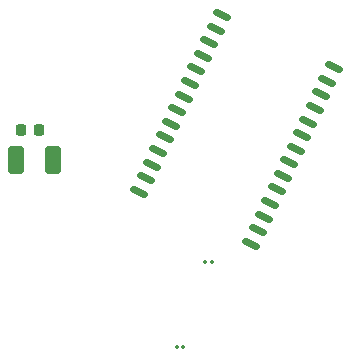
<source format=gbr>
%TF.GenerationSoftware,KiCad,Pcbnew,7.0.10-7.0.10~ubuntu22.04.1*%
%TF.CreationDate,2025-04-20T12:02:29+07:00*%
%TF.ProjectId,catan100,63617461-6e31-4303-902e-6b696361645f,rev?*%
%TF.SameCoordinates,Original*%
%TF.FileFunction,Paste,Bot*%
%TF.FilePolarity,Positive*%
%FSLAX46Y46*%
G04 Gerber Fmt 4.6, Leading zero omitted, Abs format (unit mm)*
G04 Created by KiCad (PCBNEW 7.0.10-7.0.10~ubuntu22.04.1) date 2025-04-20 12:02:29*
%MOMM*%
%LPD*%
G01*
G04 APERTURE LIST*
G04 Aperture macros list*
%AMRoundRect*
0 Rectangle with rounded corners*
0 $1 Rounding radius*
0 $2 $3 $4 $5 $6 $7 $8 $9 X,Y pos of 4 corners*
0 Add a 4 corners polygon primitive as box body*
4,1,4,$2,$3,$4,$5,$6,$7,$8,$9,$2,$3,0*
0 Add four circle primitives for the rounded corners*
1,1,$1+$1,$2,$3*
1,1,$1+$1,$4,$5*
1,1,$1+$1,$6,$7*
1,1,$1+$1,$8,$9*
0 Add four rect primitives between the rounded corners*
20,1,$1+$1,$2,$3,$4,$5,0*
20,1,$1+$1,$4,$5,$6,$7,0*
20,1,$1+$1,$6,$7,$8,$9,0*
20,1,$1+$1,$8,$9,$2,$3,0*%
G04 Aperture macros list end*
%ADD10RoundRect,0.067500X0.067500X0.067500X-0.067500X0.067500X-0.067500X-0.067500X0.067500X-0.067500X0*%
%ADD11RoundRect,0.225000X0.225000X0.250000X-0.225000X0.250000X-0.225000X-0.250000X0.225000X-0.250000X0*%
%ADD12RoundRect,0.150000X0.652493X-0.138756X-0.525707X0.410648X-0.652493X0.138756X0.525707X-0.410648X0*%
%ADD13RoundRect,0.250000X0.412500X0.925000X-0.412500X0.925000X-0.412500X-0.925000X0.412500X-0.925000X0*%
%ADD14RoundRect,0.067500X-0.067500X-0.067500X0.067500X-0.067500X0.067500X0.067500X-0.067500X0.067500X0*%
G04 APERTURE END LIST*
D10*
%TO.C,R2*%
X176200000Y-118000000D03*
X175650000Y-118000000D03*
%TD*%
D11*
%TO.C,C1*%
X164030000Y-99600000D03*
X162480000Y-99600000D03*
%TD*%
D12*
%TO.C,U1*%
X188944367Y-94314339D03*
X188407642Y-95465350D03*
X187870917Y-96616361D03*
X187334191Y-97767372D03*
X186797466Y-98918383D03*
X186260741Y-100069393D03*
X185724016Y-101220404D03*
X185187291Y-102371415D03*
X184650565Y-103522426D03*
X184113840Y-104673437D03*
X183577115Y-105824448D03*
X183040390Y-106975459D03*
X182503665Y-108126470D03*
X181966939Y-109277481D03*
X172496023Y-104861120D03*
X173032748Y-103710109D03*
X173569474Y-102559098D03*
X174106199Y-101408087D03*
X174642924Y-100257076D03*
X175179649Y-99106065D03*
X175716374Y-97955054D03*
X176253099Y-96804044D03*
X176789825Y-95653033D03*
X177326550Y-94502022D03*
X177863275Y-93351011D03*
X178400000Y-92200000D03*
X178936725Y-91048989D03*
X179473451Y-89897978D03*
%TD*%
D13*
%TO.C,C2*%
X165137500Y-102200000D03*
X162062500Y-102200000D03*
%TD*%
D14*
%TO.C,R1*%
X178075000Y-110800000D03*
X178625000Y-110800000D03*
%TD*%
M02*

</source>
